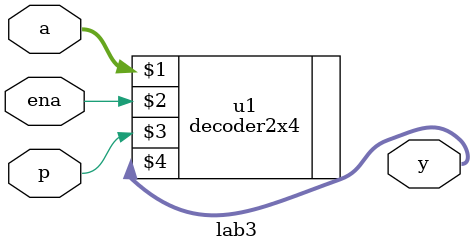
<source format=v>
module lab3( 
	input [1:0] a,
	input ena, 
	input p, 
	output[3:0] y
 );
 

decoder2x4 u1(a,ena,p,y);  
 
 
endmodule
 
 
</source>
